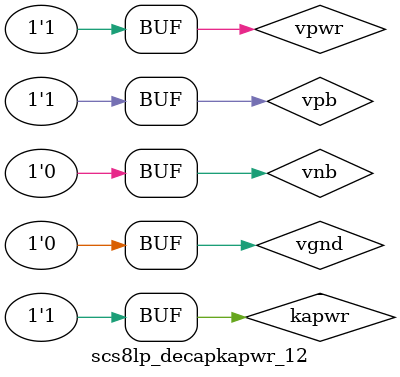
<source format=v>
`celldefine
`timescale 1ns / 1ps

module scs8lp_decapkapwr_12  (

`ifdef SC_USE_PG_PIN
input kapwr,
input vpwr,
input vgnd,
input vpb,
input vnb
`endif

);

`ifdef functional
`else
`ifdef SC_USE_PG_PIN
`else
supply1 kapwr;
supply1 vpwr;
supply0 vgnd;
supply1 vpb;
supply0 vnb;
`endif
`endif

endmodule
`endcelldefine

</source>
